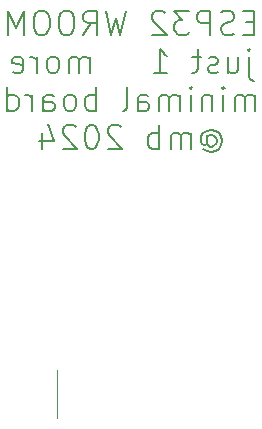
<source format=gbo>
G04 #@! TF.GenerationSoftware,KiCad,Pcbnew,8.0.0*
G04 #@! TF.CreationDate,2024-03-07T23:13:23+01:00*
G04 #@! TF.ProjectId,ESP32j1mmb,45535033-326a-4316-9d6d-622e6b696361,rev?*
G04 #@! TF.SameCoordinates,Original*
G04 #@! TF.FileFunction,Legend,Bot*
G04 #@! TF.FilePolarity,Positive*
%FSLAX46Y46*%
G04 Gerber Fmt 4.6, Leading zero omitted, Abs format (unit mm)*
G04 Created by KiCad (PCBNEW 8.0.0) date 2024-03-07 23:13:23*
%MOMM*%
%LPD*%
G01*
G04 APERTURE LIST*
%ADD10C,0.100000*%
%ADD11C,0.200000*%
%ADD12C,1.200000*%
%ADD13R,1.700000X1.700000*%
%ADD14O,1.700000X1.700000*%
%ADD15C,0.600000*%
G04 APERTURE END LIST*
D10*
X83752671Y-137055381D02*
X83752671Y-133000000D01*
D11*
X100428571Y-103537555D02*
X99761904Y-103537555D01*
X99476190Y-104585174D02*
X100428571Y-104585174D01*
X100428571Y-104585174D02*
X100428571Y-102585174D01*
X100428571Y-102585174D02*
X99476190Y-102585174D01*
X98714285Y-104489936D02*
X98428571Y-104585174D01*
X98428571Y-104585174D02*
X97952380Y-104585174D01*
X97952380Y-104585174D02*
X97761904Y-104489936D01*
X97761904Y-104489936D02*
X97666666Y-104394697D01*
X97666666Y-104394697D02*
X97571428Y-104204221D01*
X97571428Y-104204221D02*
X97571428Y-104013745D01*
X97571428Y-104013745D02*
X97666666Y-103823269D01*
X97666666Y-103823269D02*
X97761904Y-103728031D01*
X97761904Y-103728031D02*
X97952380Y-103632793D01*
X97952380Y-103632793D02*
X98333333Y-103537555D01*
X98333333Y-103537555D02*
X98523809Y-103442316D01*
X98523809Y-103442316D02*
X98619047Y-103347078D01*
X98619047Y-103347078D02*
X98714285Y-103156602D01*
X98714285Y-103156602D02*
X98714285Y-102966126D01*
X98714285Y-102966126D02*
X98619047Y-102775650D01*
X98619047Y-102775650D02*
X98523809Y-102680412D01*
X98523809Y-102680412D02*
X98333333Y-102585174D01*
X98333333Y-102585174D02*
X97857142Y-102585174D01*
X97857142Y-102585174D02*
X97571428Y-102680412D01*
X96714285Y-104585174D02*
X96714285Y-102585174D01*
X96714285Y-102585174D02*
X95952380Y-102585174D01*
X95952380Y-102585174D02*
X95761904Y-102680412D01*
X95761904Y-102680412D02*
X95666666Y-102775650D01*
X95666666Y-102775650D02*
X95571428Y-102966126D01*
X95571428Y-102966126D02*
X95571428Y-103251840D01*
X95571428Y-103251840D02*
X95666666Y-103442316D01*
X95666666Y-103442316D02*
X95761904Y-103537555D01*
X95761904Y-103537555D02*
X95952380Y-103632793D01*
X95952380Y-103632793D02*
X96714285Y-103632793D01*
X94904761Y-102585174D02*
X93666666Y-102585174D01*
X93666666Y-102585174D02*
X94333333Y-103347078D01*
X94333333Y-103347078D02*
X94047618Y-103347078D01*
X94047618Y-103347078D02*
X93857142Y-103442316D01*
X93857142Y-103442316D02*
X93761904Y-103537555D01*
X93761904Y-103537555D02*
X93666666Y-103728031D01*
X93666666Y-103728031D02*
X93666666Y-104204221D01*
X93666666Y-104204221D02*
X93761904Y-104394697D01*
X93761904Y-104394697D02*
X93857142Y-104489936D01*
X93857142Y-104489936D02*
X94047618Y-104585174D01*
X94047618Y-104585174D02*
X94619047Y-104585174D01*
X94619047Y-104585174D02*
X94809523Y-104489936D01*
X94809523Y-104489936D02*
X94904761Y-104394697D01*
X92904761Y-102775650D02*
X92809523Y-102680412D01*
X92809523Y-102680412D02*
X92619047Y-102585174D01*
X92619047Y-102585174D02*
X92142856Y-102585174D01*
X92142856Y-102585174D02*
X91952380Y-102680412D01*
X91952380Y-102680412D02*
X91857142Y-102775650D01*
X91857142Y-102775650D02*
X91761904Y-102966126D01*
X91761904Y-102966126D02*
X91761904Y-103156602D01*
X91761904Y-103156602D02*
X91857142Y-103442316D01*
X91857142Y-103442316D02*
X92999999Y-104585174D01*
X92999999Y-104585174D02*
X91761904Y-104585174D01*
X89571427Y-102585174D02*
X89095237Y-104585174D01*
X89095237Y-104585174D02*
X88714284Y-103156602D01*
X88714284Y-103156602D02*
X88333332Y-104585174D01*
X88333332Y-104585174D02*
X87857142Y-102585174D01*
X85952380Y-104585174D02*
X86619047Y-103632793D01*
X87095237Y-104585174D02*
X87095237Y-102585174D01*
X87095237Y-102585174D02*
X86333332Y-102585174D01*
X86333332Y-102585174D02*
X86142856Y-102680412D01*
X86142856Y-102680412D02*
X86047618Y-102775650D01*
X86047618Y-102775650D02*
X85952380Y-102966126D01*
X85952380Y-102966126D02*
X85952380Y-103251840D01*
X85952380Y-103251840D02*
X86047618Y-103442316D01*
X86047618Y-103442316D02*
X86142856Y-103537555D01*
X86142856Y-103537555D02*
X86333332Y-103632793D01*
X86333332Y-103632793D02*
X87095237Y-103632793D01*
X84714285Y-102585174D02*
X84333332Y-102585174D01*
X84333332Y-102585174D02*
X84142856Y-102680412D01*
X84142856Y-102680412D02*
X83952380Y-102870888D01*
X83952380Y-102870888D02*
X83857142Y-103251840D01*
X83857142Y-103251840D02*
X83857142Y-103918507D01*
X83857142Y-103918507D02*
X83952380Y-104299459D01*
X83952380Y-104299459D02*
X84142856Y-104489936D01*
X84142856Y-104489936D02*
X84333332Y-104585174D01*
X84333332Y-104585174D02*
X84714285Y-104585174D01*
X84714285Y-104585174D02*
X84904761Y-104489936D01*
X84904761Y-104489936D02*
X85095237Y-104299459D01*
X85095237Y-104299459D02*
X85190475Y-103918507D01*
X85190475Y-103918507D02*
X85190475Y-103251840D01*
X85190475Y-103251840D02*
X85095237Y-102870888D01*
X85095237Y-102870888D02*
X84904761Y-102680412D01*
X84904761Y-102680412D02*
X84714285Y-102585174D01*
X82619047Y-102585174D02*
X82238094Y-102585174D01*
X82238094Y-102585174D02*
X82047618Y-102680412D01*
X82047618Y-102680412D02*
X81857142Y-102870888D01*
X81857142Y-102870888D02*
X81761904Y-103251840D01*
X81761904Y-103251840D02*
X81761904Y-103918507D01*
X81761904Y-103918507D02*
X81857142Y-104299459D01*
X81857142Y-104299459D02*
X82047618Y-104489936D01*
X82047618Y-104489936D02*
X82238094Y-104585174D01*
X82238094Y-104585174D02*
X82619047Y-104585174D01*
X82619047Y-104585174D02*
X82809523Y-104489936D01*
X82809523Y-104489936D02*
X82999999Y-104299459D01*
X82999999Y-104299459D02*
X83095237Y-103918507D01*
X83095237Y-103918507D02*
X83095237Y-103251840D01*
X83095237Y-103251840D02*
X82999999Y-102870888D01*
X82999999Y-102870888D02*
X82809523Y-102680412D01*
X82809523Y-102680412D02*
X82619047Y-102585174D01*
X80904761Y-104585174D02*
X80904761Y-102585174D01*
X80904761Y-102585174D02*
X80238094Y-104013745D01*
X80238094Y-104013745D02*
X79571428Y-102585174D01*
X79571428Y-102585174D02*
X79571428Y-104585174D01*
X100000001Y-106471728D02*
X100000001Y-108186014D01*
X100000001Y-108186014D02*
X100095239Y-108376490D01*
X100095239Y-108376490D02*
X100285715Y-108471728D01*
X100285715Y-108471728D02*
X100380953Y-108471728D01*
X100000001Y-105805062D02*
X100095239Y-105900300D01*
X100095239Y-105900300D02*
X100000001Y-105995538D01*
X100000001Y-105995538D02*
X99904763Y-105900300D01*
X99904763Y-105900300D02*
X100000001Y-105805062D01*
X100000001Y-105805062D02*
X100000001Y-105995538D01*
X98190477Y-106471728D02*
X98190477Y-107805062D01*
X99047620Y-106471728D02*
X99047620Y-107519347D01*
X99047620Y-107519347D02*
X98952382Y-107709824D01*
X98952382Y-107709824D02*
X98761906Y-107805062D01*
X98761906Y-107805062D02*
X98476191Y-107805062D01*
X98476191Y-107805062D02*
X98285715Y-107709824D01*
X98285715Y-107709824D02*
X98190477Y-107614585D01*
X97333334Y-107709824D02*
X97142858Y-107805062D01*
X97142858Y-107805062D02*
X96761906Y-107805062D01*
X96761906Y-107805062D02*
X96571429Y-107709824D01*
X96571429Y-107709824D02*
X96476191Y-107519347D01*
X96476191Y-107519347D02*
X96476191Y-107424109D01*
X96476191Y-107424109D02*
X96571429Y-107233633D01*
X96571429Y-107233633D02*
X96761906Y-107138395D01*
X96761906Y-107138395D02*
X97047620Y-107138395D01*
X97047620Y-107138395D02*
X97238096Y-107043157D01*
X97238096Y-107043157D02*
X97333334Y-106852681D01*
X97333334Y-106852681D02*
X97333334Y-106757443D01*
X97333334Y-106757443D02*
X97238096Y-106566966D01*
X97238096Y-106566966D02*
X97047620Y-106471728D01*
X97047620Y-106471728D02*
X96761906Y-106471728D01*
X96761906Y-106471728D02*
X96571429Y-106566966D01*
X95904762Y-106471728D02*
X95142858Y-106471728D01*
X95619048Y-105805062D02*
X95619048Y-107519347D01*
X95619048Y-107519347D02*
X95523810Y-107709824D01*
X95523810Y-107709824D02*
X95333334Y-107805062D01*
X95333334Y-107805062D02*
X95142858Y-107805062D01*
X91904762Y-107805062D02*
X93047619Y-107805062D01*
X92476191Y-107805062D02*
X92476191Y-105805062D01*
X92476191Y-105805062D02*
X92666667Y-106090776D01*
X92666667Y-106090776D02*
X92857143Y-106281252D01*
X92857143Y-106281252D02*
X93047619Y-106376490D01*
X86476189Y-107805062D02*
X86476189Y-106471728D01*
X86476189Y-106662204D02*
X86380951Y-106566966D01*
X86380951Y-106566966D02*
X86190475Y-106471728D01*
X86190475Y-106471728D02*
X85904760Y-106471728D01*
X85904760Y-106471728D02*
X85714284Y-106566966D01*
X85714284Y-106566966D02*
X85619046Y-106757443D01*
X85619046Y-106757443D02*
X85619046Y-107805062D01*
X85619046Y-106757443D02*
X85523808Y-106566966D01*
X85523808Y-106566966D02*
X85333332Y-106471728D01*
X85333332Y-106471728D02*
X85047618Y-106471728D01*
X85047618Y-106471728D02*
X84857141Y-106566966D01*
X84857141Y-106566966D02*
X84761903Y-106757443D01*
X84761903Y-106757443D02*
X84761903Y-107805062D01*
X83523808Y-107805062D02*
X83714284Y-107709824D01*
X83714284Y-107709824D02*
X83809522Y-107614585D01*
X83809522Y-107614585D02*
X83904760Y-107424109D01*
X83904760Y-107424109D02*
X83904760Y-106852681D01*
X83904760Y-106852681D02*
X83809522Y-106662204D01*
X83809522Y-106662204D02*
X83714284Y-106566966D01*
X83714284Y-106566966D02*
X83523808Y-106471728D01*
X83523808Y-106471728D02*
X83238093Y-106471728D01*
X83238093Y-106471728D02*
X83047617Y-106566966D01*
X83047617Y-106566966D02*
X82952379Y-106662204D01*
X82952379Y-106662204D02*
X82857141Y-106852681D01*
X82857141Y-106852681D02*
X82857141Y-107424109D01*
X82857141Y-107424109D02*
X82952379Y-107614585D01*
X82952379Y-107614585D02*
X83047617Y-107709824D01*
X83047617Y-107709824D02*
X83238093Y-107805062D01*
X83238093Y-107805062D02*
X83523808Y-107805062D01*
X81999998Y-107805062D02*
X81999998Y-106471728D01*
X81999998Y-106852681D02*
X81904760Y-106662204D01*
X81904760Y-106662204D02*
X81809522Y-106566966D01*
X81809522Y-106566966D02*
X81619046Y-106471728D01*
X81619046Y-106471728D02*
X81428569Y-106471728D01*
X79999998Y-107709824D02*
X80190474Y-107805062D01*
X80190474Y-107805062D02*
X80571427Y-107805062D01*
X80571427Y-107805062D02*
X80761903Y-107709824D01*
X80761903Y-107709824D02*
X80857141Y-107519347D01*
X80857141Y-107519347D02*
X80857141Y-106757443D01*
X80857141Y-106757443D02*
X80761903Y-106566966D01*
X80761903Y-106566966D02*
X80571427Y-106471728D01*
X80571427Y-106471728D02*
X80190474Y-106471728D01*
X80190474Y-106471728D02*
X79999998Y-106566966D01*
X79999998Y-106566966D02*
X79904760Y-106757443D01*
X79904760Y-106757443D02*
X79904760Y-106947919D01*
X79904760Y-106947919D02*
X80857141Y-107138395D01*
X100476191Y-111024950D02*
X100476191Y-109691616D01*
X100476191Y-109882092D02*
X100380953Y-109786854D01*
X100380953Y-109786854D02*
X100190477Y-109691616D01*
X100190477Y-109691616D02*
X99904762Y-109691616D01*
X99904762Y-109691616D02*
X99714286Y-109786854D01*
X99714286Y-109786854D02*
X99619048Y-109977331D01*
X99619048Y-109977331D02*
X99619048Y-111024950D01*
X99619048Y-109977331D02*
X99523810Y-109786854D01*
X99523810Y-109786854D02*
X99333334Y-109691616D01*
X99333334Y-109691616D02*
X99047620Y-109691616D01*
X99047620Y-109691616D02*
X98857143Y-109786854D01*
X98857143Y-109786854D02*
X98761905Y-109977331D01*
X98761905Y-109977331D02*
X98761905Y-111024950D01*
X97809524Y-111024950D02*
X97809524Y-109691616D01*
X97809524Y-109024950D02*
X97904762Y-109120188D01*
X97904762Y-109120188D02*
X97809524Y-109215426D01*
X97809524Y-109215426D02*
X97714286Y-109120188D01*
X97714286Y-109120188D02*
X97809524Y-109024950D01*
X97809524Y-109024950D02*
X97809524Y-109215426D01*
X96857143Y-109691616D02*
X96857143Y-111024950D01*
X96857143Y-109882092D02*
X96761905Y-109786854D01*
X96761905Y-109786854D02*
X96571429Y-109691616D01*
X96571429Y-109691616D02*
X96285714Y-109691616D01*
X96285714Y-109691616D02*
X96095238Y-109786854D01*
X96095238Y-109786854D02*
X96000000Y-109977331D01*
X96000000Y-109977331D02*
X96000000Y-111024950D01*
X95047619Y-111024950D02*
X95047619Y-109691616D01*
X95047619Y-109024950D02*
X95142857Y-109120188D01*
X95142857Y-109120188D02*
X95047619Y-109215426D01*
X95047619Y-109215426D02*
X94952381Y-109120188D01*
X94952381Y-109120188D02*
X95047619Y-109024950D01*
X95047619Y-109024950D02*
X95047619Y-109215426D01*
X94095238Y-111024950D02*
X94095238Y-109691616D01*
X94095238Y-109882092D02*
X94000000Y-109786854D01*
X94000000Y-109786854D02*
X93809524Y-109691616D01*
X93809524Y-109691616D02*
X93523809Y-109691616D01*
X93523809Y-109691616D02*
X93333333Y-109786854D01*
X93333333Y-109786854D02*
X93238095Y-109977331D01*
X93238095Y-109977331D02*
X93238095Y-111024950D01*
X93238095Y-109977331D02*
X93142857Y-109786854D01*
X93142857Y-109786854D02*
X92952381Y-109691616D01*
X92952381Y-109691616D02*
X92666667Y-109691616D01*
X92666667Y-109691616D02*
X92476190Y-109786854D01*
X92476190Y-109786854D02*
X92380952Y-109977331D01*
X92380952Y-109977331D02*
X92380952Y-111024950D01*
X90571428Y-111024950D02*
X90571428Y-109977331D01*
X90571428Y-109977331D02*
X90666666Y-109786854D01*
X90666666Y-109786854D02*
X90857142Y-109691616D01*
X90857142Y-109691616D02*
X91238095Y-109691616D01*
X91238095Y-109691616D02*
X91428571Y-109786854D01*
X90571428Y-110929712D02*
X90761904Y-111024950D01*
X90761904Y-111024950D02*
X91238095Y-111024950D01*
X91238095Y-111024950D02*
X91428571Y-110929712D01*
X91428571Y-110929712D02*
X91523809Y-110739235D01*
X91523809Y-110739235D02*
X91523809Y-110548759D01*
X91523809Y-110548759D02*
X91428571Y-110358283D01*
X91428571Y-110358283D02*
X91238095Y-110263045D01*
X91238095Y-110263045D02*
X90761904Y-110263045D01*
X90761904Y-110263045D02*
X90571428Y-110167807D01*
X89333333Y-111024950D02*
X89523809Y-110929712D01*
X89523809Y-110929712D02*
X89619047Y-110739235D01*
X89619047Y-110739235D02*
X89619047Y-109024950D01*
X87047618Y-111024950D02*
X87047618Y-109024950D01*
X87047618Y-109786854D02*
X86857142Y-109691616D01*
X86857142Y-109691616D02*
X86476189Y-109691616D01*
X86476189Y-109691616D02*
X86285713Y-109786854D01*
X86285713Y-109786854D02*
X86190475Y-109882092D01*
X86190475Y-109882092D02*
X86095237Y-110072569D01*
X86095237Y-110072569D02*
X86095237Y-110643997D01*
X86095237Y-110643997D02*
X86190475Y-110834473D01*
X86190475Y-110834473D02*
X86285713Y-110929712D01*
X86285713Y-110929712D02*
X86476189Y-111024950D01*
X86476189Y-111024950D02*
X86857142Y-111024950D01*
X86857142Y-111024950D02*
X87047618Y-110929712D01*
X84952380Y-111024950D02*
X85142856Y-110929712D01*
X85142856Y-110929712D02*
X85238094Y-110834473D01*
X85238094Y-110834473D02*
X85333332Y-110643997D01*
X85333332Y-110643997D02*
X85333332Y-110072569D01*
X85333332Y-110072569D02*
X85238094Y-109882092D01*
X85238094Y-109882092D02*
X85142856Y-109786854D01*
X85142856Y-109786854D02*
X84952380Y-109691616D01*
X84952380Y-109691616D02*
X84666665Y-109691616D01*
X84666665Y-109691616D02*
X84476189Y-109786854D01*
X84476189Y-109786854D02*
X84380951Y-109882092D01*
X84380951Y-109882092D02*
X84285713Y-110072569D01*
X84285713Y-110072569D02*
X84285713Y-110643997D01*
X84285713Y-110643997D02*
X84380951Y-110834473D01*
X84380951Y-110834473D02*
X84476189Y-110929712D01*
X84476189Y-110929712D02*
X84666665Y-111024950D01*
X84666665Y-111024950D02*
X84952380Y-111024950D01*
X82571427Y-111024950D02*
X82571427Y-109977331D01*
X82571427Y-109977331D02*
X82666665Y-109786854D01*
X82666665Y-109786854D02*
X82857141Y-109691616D01*
X82857141Y-109691616D02*
X83238094Y-109691616D01*
X83238094Y-109691616D02*
X83428570Y-109786854D01*
X82571427Y-110929712D02*
X82761903Y-111024950D01*
X82761903Y-111024950D02*
X83238094Y-111024950D01*
X83238094Y-111024950D02*
X83428570Y-110929712D01*
X83428570Y-110929712D02*
X83523808Y-110739235D01*
X83523808Y-110739235D02*
X83523808Y-110548759D01*
X83523808Y-110548759D02*
X83428570Y-110358283D01*
X83428570Y-110358283D02*
X83238094Y-110263045D01*
X83238094Y-110263045D02*
X82761903Y-110263045D01*
X82761903Y-110263045D02*
X82571427Y-110167807D01*
X81619046Y-111024950D02*
X81619046Y-109691616D01*
X81619046Y-110072569D02*
X81523808Y-109882092D01*
X81523808Y-109882092D02*
X81428570Y-109786854D01*
X81428570Y-109786854D02*
X81238094Y-109691616D01*
X81238094Y-109691616D02*
X81047617Y-109691616D01*
X79523808Y-111024950D02*
X79523808Y-109024950D01*
X79523808Y-110929712D02*
X79714284Y-111024950D01*
X79714284Y-111024950D02*
X80095237Y-111024950D01*
X80095237Y-111024950D02*
X80285713Y-110929712D01*
X80285713Y-110929712D02*
X80380951Y-110834473D01*
X80380951Y-110834473D02*
X80476189Y-110643997D01*
X80476189Y-110643997D02*
X80476189Y-110072569D01*
X80476189Y-110072569D02*
X80380951Y-109882092D01*
X80380951Y-109882092D02*
X80285713Y-109786854D01*
X80285713Y-109786854D02*
X80095237Y-109691616D01*
X80095237Y-109691616D02*
X79714284Y-109691616D01*
X79714284Y-109691616D02*
X79523808Y-109786854D01*
X96380953Y-113292457D02*
X96476191Y-113197219D01*
X96476191Y-113197219D02*
X96666667Y-113101980D01*
X96666667Y-113101980D02*
X96857143Y-113101980D01*
X96857143Y-113101980D02*
X97047619Y-113197219D01*
X97047619Y-113197219D02*
X97142858Y-113292457D01*
X97142858Y-113292457D02*
X97238096Y-113482933D01*
X97238096Y-113482933D02*
X97238096Y-113673409D01*
X97238096Y-113673409D02*
X97142858Y-113863885D01*
X97142858Y-113863885D02*
X97047619Y-113959123D01*
X97047619Y-113959123D02*
X96857143Y-114054361D01*
X96857143Y-114054361D02*
X96666667Y-114054361D01*
X96666667Y-114054361D02*
X96476191Y-113959123D01*
X96476191Y-113959123D02*
X96380953Y-113863885D01*
X96380953Y-113101980D02*
X96380953Y-113863885D01*
X96380953Y-113863885D02*
X96285715Y-113959123D01*
X96285715Y-113959123D02*
X96190477Y-113959123D01*
X96190477Y-113959123D02*
X96000000Y-113863885D01*
X96000000Y-113863885D02*
X95904762Y-113673409D01*
X95904762Y-113673409D02*
X95904762Y-113197219D01*
X95904762Y-113197219D02*
X96095239Y-112911504D01*
X96095239Y-112911504D02*
X96380953Y-112721028D01*
X96380953Y-112721028D02*
X96761905Y-112625790D01*
X96761905Y-112625790D02*
X97142858Y-112721028D01*
X97142858Y-112721028D02*
X97428572Y-112911504D01*
X97428572Y-112911504D02*
X97619048Y-113197219D01*
X97619048Y-113197219D02*
X97714286Y-113578171D01*
X97714286Y-113578171D02*
X97619048Y-113959123D01*
X97619048Y-113959123D02*
X97428572Y-114244838D01*
X97428572Y-114244838D02*
X97142858Y-114435314D01*
X97142858Y-114435314D02*
X96761905Y-114530552D01*
X96761905Y-114530552D02*
X96380953Y-114435314D01*
X96380953Y-114435314D02*
X96095239Y-114244838D01*
X95047619Y-114244838D02*
X95047619Y-112911504D01*
X95047619Y-113101980D02*
X94952381Y-113006742D01*
X94952381Y-113006742D02*
X94761905Y-112911504D01*
X94761905Y-112911504D02*
X94476190Y-112911504D01*
X94476190Y-112911504D02*
X94285714Y-113006742D01*
X94285714Y-113006742D02*
X94190476Y-113197219D01*
X94190476Y-113197219D02*
X94190476Y-114244838D01*
X94190476Y-113197219D02*
X94095238Y-113006742D01*
X94095238Y-113006742D02*
X93904762Y-112911504D01*
X93904762Y-112911504D02*
X93619048Y-112911504D01*
X93619048Y-112911504D02*
X93428571Y-113006742D01*
X93428571Y-113006742D02*
X93333333Y-113197219D01*
X93333333Y-113197219D02*
X93333333Y-114244838D01*
X92380952Y-114244838D02*
X92380952Y-112244838D01*
X92380952Y-113006742D02*
X92190476Y-112911504D01*
X92190476Y-112911504D02*
X91809523Y-112911504D01*
X91809523Y-112911504D02*
X91619047Y-113006742D01*
X91619047Y-113006742D02*
X91523809Y-113101980D01*
X91523809Y-113101980D02*
X91428571Y-113292457D01*
X91428571Y-113292457D02*
X91428571Y-113863885D01*
X91428571Y-113863885D02*
X91523809Y-114054361D01*
X91523809Y-114054361D02*
X91619047Y-114149600D01*
X91619047Y-114149600D02*
X91809523Y-114244838D01*
X91809523Y-114244838D02*
X92190476Y-114244838D01*
X92190476Y-114244838D02*
X92380952Y-114149600D01*
X89142856Y-112435314D02*
X89047618Y-112340076D01*
X89047618Y-112340076D02*
X88857142Y-112244838D01*
X88857142Y-112244838D02*
X88380951Y-112244838D01*
X88380951Y-112244838D02*
X88190475Y-112340076D01*
X88190475Y-112340076D02*
X88095237Y-112435314D01*
X88095237Y-112435314D02*
X87999999Y-112625790D01*
X87999999Y-112625790D02*
X87999999Y-112816266D01*
X87999999Y-112816266D02*
X88095237Y-113101980D01*
X88095237Y-113101980D02*
X89238094Y-114244838D01*
X89238094Y-114244838D02*
X87999999Y-114244838D01*
X86761904Y-112244838D02*
X86571427Y-112244838D01*
X86571427Y-112244838D02*
X86380951Y-112340076D01*
X86380951Y-112340076D02*
X86285713Y-112435314D01*
X86285713Y-112435314D02*
X86190475Y-112625790D01*
X86190475Y-112625790D02*
X86095237Y-113006742D01*
X86095237Y-113006742D02*
X86095237Y-113482933D01*
X86095237Y-113482933D02*
X86190475Y-113863885D01*
X86190475Y-113863885D02*
X86285713Y-114054361D01*
X86285713Y-114054361D02*
X86380951Y-114149600D01*
X86380951Y-114149600D02*
X86571427Y-114244838D01*
X86571427Y-114244838D02*
X86761904Y-114244838D01*
X86761904Y-114244838D02*
X86952380Y-114149600D01*
X86952380Y-114149600D02*
X87047618Y-114054361D01*
X87047618Y-114054361D02*
X87142856Y-113863885D01*
X87142856Y-113863885D02*
X87238094Y-113482933D01*
X87238094Y-113482933D02*
X87238094Y-113006742D01*
X87238094Y-113006742D02*
X87142856Y-112625790D01*
X87142856Y-112625790D02*
X87047618Y-112435314D01*
X87047618Y-112435314D02*
X86952380Y-112340076D01*
X86952380Y-112340076D02*
X86761904Y-112244838D01*
X85333332Y-112435314D02*
X85238094Y-112340076D01*
X85238094Y-112340076D02*
X85047618Y-112244838D01*
X85047618Y-112244838D02*
X84571427Y-112244838D01*
X84571427Y-112244838D02*
X84380951Y-112340076D01*
X84380951Y-112340076D02*
X84285713Y-112435314D01*
X84285713Y-112435314D02*
X84190475Y-112625790D01*
X84190475Y-112625790D02*
X84190475Y-112816266D01*
X84190475Y-112816266D02*
X84285713Y-113101980D01*
X84285713Y-113101980D02*
X85428570Y-114244838D01*
X85428570Y-114244838D02*
X84190475Y-114244838D01*
X82476189Y-112911504D02*
X82476189Y-114244838D01*
X82952380Y-112149600D02*
X83428570Y-113578171D01*
X83428570Y-113578171D02*
X82190475Y-113578171D01*
%LPC*%
D12*
X88557500Y-107030000D03*
X90082500Y-107030000D03*
D13*
X105000000Y-100000000D03*
D14*
X105000000Y-102540000D03*
X105000000Y-105080000D03*
X105000000Y-107620000D03*
X105000000Y-110160000D03*
X105000000Y-112700000D03*
X105000000Y-115240000D03*
X105000000Y-117780000D03*
X105000000Y-120320000D03*
X105000000Y-122860000D03*
X105000000Y-125400000D03*
X105000000Y-127940000D03*
X105000000Y-130480000D03*
X105000000Y-133020000D03*
X105000000Y-135560000D03*
D13*
X75000000Y-100000000D03*
D14*
X75000000Y-102540000D03*
X75000000Y-105080000D03*
X75000000Y-107620000D03*
X75000000Y-110160000D03*
X75000000Y-112700000D03*
X75000000Y-115240000D03*
X75000000Y-117780000D03*
X75000000Y-120320000D03*
X75000000Y-122860000D03*
X75000000Y-125400000D03*
X75000000Y-127940000D03*
X75000000Y-130480000D03*
X75000000Y-133020000D03*
X75000000Y-135560000D03*
D13*
X97700000Y-135500000D03*
D14*
X95160000Y-135500000D03*
X92620000Y-135500000D03*
X90080000Y-135500000D03*
X87540000Y-135500000D03*
X85000000Y-135500000D03*
X82460000Y-135500000D03*
D15*
X81500000Y-132000000D03*
X98000000Y-133000000D03*
X77000000Y-124500000D03*
X100500000Y-129000000D03*
X77000000Y-99000000D03*
X101500000Y-99000000D03*
X99500000Y-119500000D03*
X79500000Y-120000000D03*
X95000000Y-122500000D03*
X95000000Y-130500000D03*
X81500000Y-122999994D03*
X85500000Y-121000000D03*
X89500000Y-132650000D03*
X99000000Y-121000000D03*
X99000012Y-122959606D03*
%LPD*%
M02*

</source>
